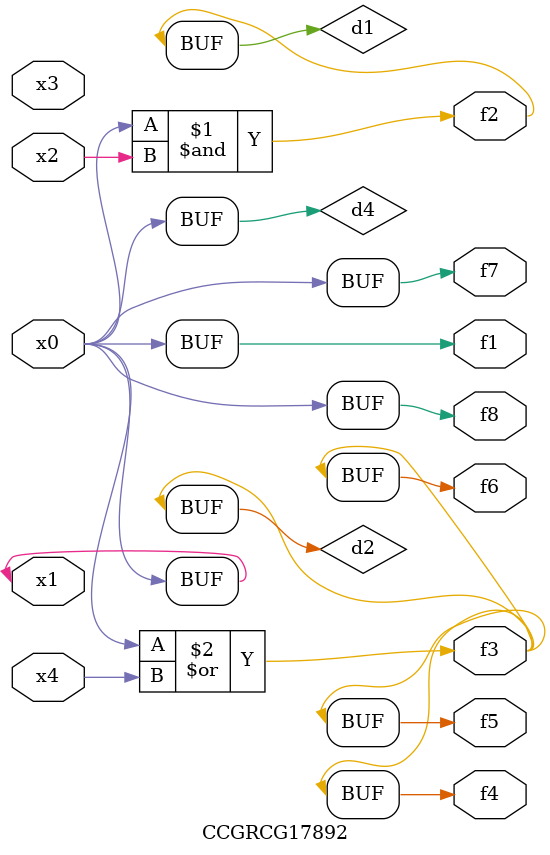
<source format=v>
module CCGRCG17892(
	input x0, x1, x2, x3, x4,
	output f1, f2, f3, f4, f5, f6, f7, f8
);

	wire d1, d2, d3, d4;

	and (d1, x0, x2);
	or (d2, x0, x4);
	nand (d3, x0, x2);
	buf (d4, x0, x1);
	assign f1 = d4;
	assign f2 = d1;
	assign f3 = d2;
	assign f4 = d2;
	assign f5 = d2;
	assign f6 = d2;
	assign f7 = d4;
	assign f8 = d4;
endmodule

</source>
